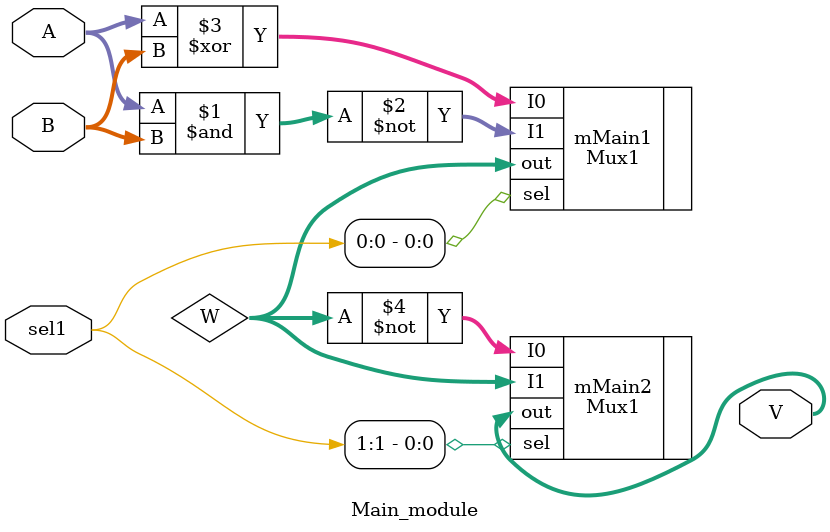
<source format=sv>
`timescale 1ns / 1ps


module Main_module(
    input [3:0] A,
    input [3:0] B,
    output [3:0] V,
    input [1:0] sel1
    );
        logic [3:0] W;
        
    Mux1 mMain1(
    .I1(~(A&B)),
    .I0((A^B)),
    .out(W),
    .sel(sel1[0]));
    
    Mux1 mMain2(
    .I1(W),
    .I0(~W),
    .out(V),
    .sel(sel1[1]));
    
endmodule

</source>
